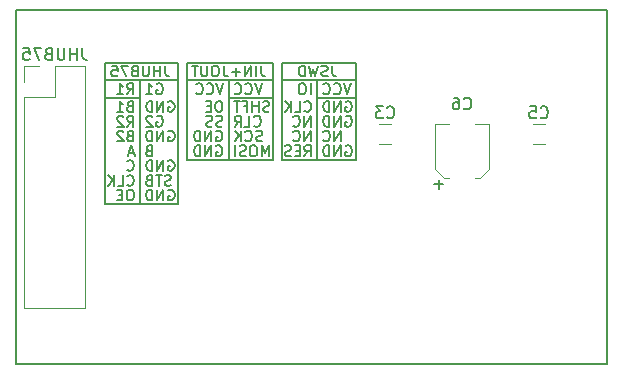
<source format=gbr>
G04 #@! TF.GenerationSoftware,KiCad,Pcbnew,(5.0.0)*
G04 #@! TF.CreationDate,2019-09-15T19:40:45+02:00*
G04 #@! TF.ProjectId,hub75shifter,6875623735736869667465722E6B6963,rev?*
G04 #@! TF.SameCoordinates,Original*
G04 #@! TF.FileFunction,Legend,Bot*
G04 #@! TF.FilePolarity,Positive*
%FSLAX46Y46*%
G04 Gerber Fmt 4.6, Leading zero omitted, Abs format (unit mm)*
G04 Created by KiCad (PCBNEW (5.0.0)) date 09/15/19 19:40:45*
%MOMM*%
%LPD*%
G01*
G04 APERTURE LIST*
%ADD10C,0.200000*%
%ADD11C,0.150000*%
%ADD12C,0.120000*%
G04 APERTURE END LIST*
D10*
X30500000Y-27500000D02*
X27500000Y-27500000D01*
X30500000Y-26000000D02*
X30500000Y-36500000D01*
X33750000Y-24500000D02*
X33750000Y-26000000D01*
X27500000Y-24500000D02*
X33750000Y-24500000D01*
X27500000Y-26000000D02*
X27500000Y-24500000D01*
X33750000Y-26000000D02*
X27500000Y-26000000D01*
X33750000Y-36500000D02*
X33750000Y-26000000D01*
X27500000Y-36500000D02*
X33750000Y-36500000D01*
X27500000Y-26000000D02*
X27500000Y-36500000D01*
X34500000Y-24500000D02*
X34500000Y-32750000D01*
X38000000Y-26000000D02*
X38000000Y-32750000D01*
X41750000Y-24500000D02*
X41750000Y-32750000D01*
X41750000Y-27500000D02*
X38000000Y-27500000D01*
X34500000Y-26000000D02*
X41750000Y-26000000D01*
X41750000Y-24500000D02*
X34500000Y-24500000D01*
X34500000Y-32750000D02*
X41750000Y-32750000D01*
X48750000Y-27500000D02*
X45500000Y-27500000D01*
X48750000Y-24500000D02*
X48750000Y-26000000D01*
X42500000Y-24500000D02*
X48750000Y-24500000D01*
X42500000Y-24500000D02*
X42500000Y-26000000D01*
X42500000Y-32750000D02*
X42500000Y-26000000D01*
X48750000Y-32750000D02*
X42500000Y-32750000D01*
X48750000Y-26000000D02*
X48750000Y-32750000D01*
X42500000Y-26000000D02*
X48750000Y-26000000D01*
X45500000Y-26000000D02*
X45500000Y-32750000D01*
D11*
X44938214Y-31157142D02*
X44938214Y-30257142D01*
X44423928Y-31157142D01*
X44423928Y-30257142D01*
X43481071Y-31071428D02*
X43523928Y-31114285D01*
X43652500Y-31157142D01*
X43738214Y-31157142D01*
X43866785Y-31114285D01*
X43952500Y-31028571D01*
X43995357Y-30942857D01*
X44038214Y-30771428D01*
X44038214Y-30642857D01*
X43995357Y-30471428D01*
X43952500Y-30385714D01*
X43866785Y-30300000D01*
X43738214Y-30257142D01*
X43652500Y-30257142D01*
X43523928Y-30300000D01*
X43481071Y-30342857D01*
X47904642Y-29050000D02*
X47990357Y-29007142D01*
X48118928Y-29007142D01*
X48247500Y-29050000D01*
X48333214Y-29135714D01*
X48376071Y-29221428D01*
X48418928Y-29392857D01*
X48418928Y-29521428D01*
X48376071Y-29692857D01*
X48333214Y-29778571D01*
X48247500Y-29864285D01*
X48118928Y-29907142D01*
X48033214Y-29907142D01*
X47904642Y-29864285D01*
X47861785Y-29821428D01*
X47861785Y-29521428D01*
X48033214Y-29521428D01*
X47476071Y-29907142D02*
X47476071Y-29007142D01*
X46961785Y-29907142D01*
X46961785Y-29007142D01*
X46533214Y-29907142D02*
X46533214Y-29007142D01*
X46318928Y-29007142D01*
X46190357Y-29050000D01*
X46104642Y-29135714D01*
X46061785Y-29221428D01*
X46018928Y-29392857D01*
X46018928Y-29521428D01*
X46061785Y-29692857D01*
X46104642Y-29778571D01*
X46190357Y-29864285D01*
X46318928Y-29907142D01*
X46533214Y-29907142D01*
X47904642Y-31550000D02*
X47990357Y-31507142D01*
X48118928Y-31507142D01*
X48247500Y-31550000D01*
X48333214Y-31635714D01*
X48376071Y-31721428D01*
X48418928Y-31892857D01*
X48418928Y-32021428D01*
X48376071Y-32192857D01*
X48333214Y-32278571D01*
X48247500Y-32364285D01*
X48118928Y-32407142D01*
X48033214Y-32407142D01*
X47904642Y-32364285D01*
X47861785Y-32321428D01*
X47861785Y-32021428D01*
X48033214Y-32021428D01*
X47476071Y-32407142D02*
X47476071Y-31507142D01*
X46961785Y-32407142D01*
X46961785Y-31507142D01*
X46533214Y-32407142D02*
X46533214Y-31507142D01*
X46318928Y-31507142D01*
X46190357Y-31550000D01*
X46104642Y-31635714D01*
X46061785Y-31721428D01*
X46018928Y-31892857D01*
X46018928Y-32021428D01*
X46061785Y-32192857D01*
X46104642Y-32278571D01*
X46190357Y-32364285D01*
X46318928Y-32407142D01*
X46533214Y-32407142D01*
X47904642Y-27800000D02*
X47990357Y-27757142D01*
X48118928Y-27757142D01*
X48247500Y-27800000D01*
X48333214Y-27885714D01*
X48376071Y-27971428D01*
X48418928Y-28142857D01*
X48418928Y-28271428D01*
X48376071Y-28442857D01*
X48333214Y-28528571D01*
X48247500Y-28614285D01*
X48118928Y-28657142D01*
X48033214Y-28657142D01*
X47904642Y-28614285D01*
X47861785Y-28571428D01*
X47861785Y-28271428D01*
X48033214Y-28271428D01*
X47476071Y-28657142D02*
X47476071Y-27757142D01*
X46961785Y-28657142D01*
X46961785Y-27757142D01*
X46533214Y-28657142D02*
X46533214Y-27757142D01*
X46318928Y-27757142D01*
X46190357Y-27800000D01*
X46104642Y-27885714D01*
X46061785Y-27971428D01*
X46018928Y-28142857D01*
X46018928Y-28271428D01*
X46061785Y-28442857D01*
X46104642Y-28528571D01*
X46190357Y-28614285D01*
X46318928Y-28657142D01*
X46533214Y-28657142D01*
X47476071Y-31157142D02*
X47476071Y-30257142D01*
X46961785Y-31157142D01*
X46961785Y-30257142D01*
X46018928Y-31071428D02*
X46061785Y-31114285D01*
X46190357Y-31157142D01*
X46276071Y-31157142D01*
X46404642Y-31114285D01*
X46490357Y-31028571D01*
X46533214Y-30942857D01*
X46576071Y-30771428D01*
X46576071Y-30642857D01*
X46533214Y-30471428D01*
X46490357Y-30385714D01*
X46404642Y-30300000D01*
X46276071Y-30257142D01*
X46190357Y-30257142D01*
X46061785Y-30300000D01*
X46018928Y-30342857D01*
X44423928Y-28571428D02*
X44466785Y-28614285D01*
X44595357Y-28657142D01*
X44681071Y-28657142D01*
X44809642Y-28614285D01*
X44895357Y-28528571D01*
X44938214Y-28442857D01*
X44981071Y-28271428D01*
X44981071Y-28142857D01*
X44938214Y-27971428D01*
X44895357Y-27885714D01*
X44809642Y-27800000D01*
X44681071Y-27757142D01*
X44595357Y-27757142D01*
X44466785Y-27800000D01*
X44423928Y-27842857D01*
X43609642Y-28657142D02*
X44038214Y-28657142D01*
X44038214Y-27757142D01*
X43309642Y-28657142D02*
X43309642Y-27757142D01*
X42795357Y-28657142D02*
X43181071Y-28142857D01*
X42795357Y-27757142D02*
X43309642Y-28271428D01*
X44423928Y-32407142D02*
X44723928Y-31978571D01*
X44938214Y-32407142D02*
X44938214Y-31507142D01*
X44595357Y-31507142D01*
X44509642Y-31550000D01*
X44466785Y-31592857D01*
X44423928Y-31678571D01*
X44423928Y-31807142D01*
X44466785Y-31892857D01*
X44509642Y-31935714D01*
X44595357Y-31978571D01*
X44938214Y-31978571D01*
X44038214Y-31935714D02*
X43738214Y-31935714D01*
X43609642Y-32407142D02*
X44038214Y-32407142D01*
X44038214Y-31507142D01*
X43609642Y-31507142D01*
X43266785Y-32364285D02*
X43138214Y-32407142D01*
X42923928Y-32407142D01*
X42838214Y-32364285D01*
X42795357Y-32321428D01*
X42752500Y-32235714D01*
X42752500Y-32150000D01*
X42795357Y-32064285D01*
X42838214Y-32021428D01*
X42923928Y-31978571D01*
X43095357Y-31935714D01*
X43181071Y-31892857D01*
X43223928Y-31850000D01*
X43266785Y-31764285D01*
X43266785Y-31678571D01*
X43223928Y-31592857D01*
X43181071Y-31550000D01*
X43095357Y-31507142D01*
X42881071Y-31507142D01*
X42752500Y-31550000D01*
X48333214Y-26257142D02*
X48033214Y-27157142D01*
X47733214Y-26257142D01*
X46918928Y-27071428D02*
X46961785Y-27114285D01*
X47090357Y-27157142D01*
X47176071Y-27157142D01*
X47304642Y-27114285D01*
X47390357Y-27028571D01*
X47433214Y-26942857D01*
X47476071Y-26771428D01*
X47476071Y-26642857D01*
X47433214Y-26471428D01*
X47390357Y-26385714D01*
X47304642Y-26300000D01*
X47176071Y-26257142D01*
X47090357Y-26257142D01*
X46961785Y-26300000D01*
X46918928Y-26342857D01*
X46018928Y-27071428D02*
X46061785Y-27114285D01*
X46190357Y-27157142D01*
X46276071Y-27157142D01*
X46404642Y-27114285D01*
X46490357Y-27028571D01*
X46533214Y-26942857D01*
X46576071Y-26771428D01*
X46576071Y-26642857D01*
X46533214Y-26471428D01*
X46490357Y-26385714D01*
X46404642Y-26300000D01*
X46276071Y-26257142D01*
X46190357Y-26257142D01*
X46061785Y-26300000D01*
X46018928Y-26342857D01*
X44938214Y-29907142D02*
X44938214Y-29007142D01*
X44423928Y-29907142D01*
X44423928Y-29007142D01*
X43481071Y-29821428D02*
X43523928Y-29864285D01*
X43652500Y-29907142D01*
X43738214Y-29907142D01*
X43866785Y-29864285D01*
X43952500Y-29778571D01*
X43995357Y-29692857D01*
X44038214Y-29521428D01*
X44038214Y-29392857D01*
X43995357Y-29221428D01*
X43952500Y-29135714D01*
X43866785Y-29050000D01*
X43738214Y-29007142D01*
X43652500Y-29007142D01*
X43523928Y-29050000D01*
X43481071Y-29092857D01*
X44938214Y-27157142D02*
X44938214Y-26257142D01*
X44338214Y-26257142D02*
X44166785Y-26257142D01*
X44081071Y-26300000D01*
X43995357Y-26385714D01*
X43952500Y-26557142D01*
X43952500Y-26857142D01*
X43995357Y-27028571D01*
X44081071Y-27114285D01*
X44166785Y-27157142D01*
X44338214Y-27157142D01*
X44423928Y-27114285D01*
X44509642Y-27028571D01*
X44552500Y-26857142D01*
X44552500Y-26557142D01*
X44509642Y-26385714D01*
X44423928Y-26300000D01*
X44338214Y-26257142D01*
X46764285Y-24757142D02*
X46764285Y-25400000D01*
X46807142Y-25528571D01*
X46892857Y-25614285D01*
X47021428Y-25657142D01*
X47107142Y-25657142D01*
X46378571Y-25614285D02*
X46250000Y-25657142D01*
X46035714Y-25657142D01*
X45950000Y-25614285D01*
X45907142Y-25571428D01*
X45864285Y-25485714D01*
X45864285Y-25400000D01*
X45907142Y-25314285D01*
X45950000Y-25271428D01*
X46035714Y-25228571D01*
X46207142Y-25185714D01*
X46292857Y-25142857D01*
X46335714Y-25100000D01*
X46378571Y-25014285D01*
X46378571Y-24928571D01*
X46335714Y-24842857D01*
X46292857Y-24800000D01*
X46207142Y-24757142D01*
X45992857Y-24757142D01*
X45864285Y-24800000D01*
X45564285Y-24757142D02*
X45350000Y-25657142D01*
X45178571Y-25014285D01*
X45007142Y-25657142D01*
X44792857Y-24757142D01*
X44450000Y-25657142D02*
X44450000Y-24757142D01*
X44235714Y-24757142D01*
X44107142Y-24800000D01*
X44021428Y-24885714D01*
X43978571Y-24971428D01*
X43935714Y-25142857D01*
X43935714Y-25271428D01*
X43978571Y-25442857D01*
X44021428Y-25528571D01*
X44107142Y-25614285D01*
X44235714Y-25657142D01*
X44450000Y-25657142D01*
X40742857Y-24757142D02*
X40742857Y-25400000D01*
X40785714Y-25528571D01*
X40871428Y-25614285D01*
X41000000Y-25657142D01*
X41085714Y-25657142D01*
X40314285Y-25657142D02*
X40314285Y-24757142D01*
X39885714Y-25657142D02*
X39885714Y-24757142D01*
X39371428Y-25657142D01*
X39371428Y-24757142D01*
X38942857Y-25314285D02*
X38257142Y-25314285D01*
X38600000Y-25657142D02*
X38600000Y-24971428D01*
X37571428Y-24757142D02*
X37571428Y-25400000D01*
X37614285Y-25528571D01*
X37700000Y-25614285D01*
X37828571Y-25657142D01*
X37914285Y-25657142D01*
X36971428Y-24757142D02*
X36800000Y-24757142D01*
X36714285Y-24800000D01*
X36628571Y-24885714D01*
X36585714Y-25057142D01*
X36585714Y-25357142D01*
X36628571Y-25528571D01*
X36714285Y-25614285D01*
X36800000Y-25657142D01*
X36971428Y-25657142D01*
X37057142Y-25614285D01*
X37142857Y-25528571D01*
X37185714Y-25357142D01*
X37185714Y-25057142D01*
X37142857Y-24885714D01*
X37057142Y-24800000D01*
X36971428Y-24757142D01*
X36200000Y-24757142D02*
X36200000Y-25485714D01*
X36157142Y-25571428D01*
X36114285Y-25614285D01*
X36028571Y-25657142D01*
X35857142Y-25657142D01*
X35771428Y-25614285D01*
X35728571Y-25571428D01*
X35685714Y-25485714D01*
X35685714Y-24757142D01*
X35385714Y-24757142D02*
X34871428Y-24757142D01*
X35128571Y-25657142D02*
X35128571Y-24757142D01*
X32621428Y-24757142D02*
X32621428Y-25400000D01*
X32664285Y-25528571D01*
X32750000Y-25614285D01*
X32878571Y-25657142D01*
X32964285Y-25657142D01*
X32192857Y-25657142D02*
X32192857Y-24757142D01*
X32192857Y-25185714D02*
X31678571Y-25185714D01*
X31678571Y-25657142D02*
X31678571Y-24757142D01*
X31250000Y-24757142D02*
X31250000Y-25485714D01*
X31207142Y-25571428D01*
X31164285Y-25614285D01*
X31078571Y-25657142D01*
X30907142Y-25657142D01*
X30821428Y-25614285D01*
X30778571Y-25571428D01*
X30735714Y-25485714D01*
X30735714Y-24757142D01*
X30007142Y-25185714D02*
X29878571Y-25228571D01*
X29835714Y-25271428D01*
X29792857Y-25357142D01*
X29792857Y-25485714D01*
X29835714Y-25571428D01*
X29878571Y-25614285D01*
X29964285Y-25657142D01*
X30307142Y-25657142D01*
X30307142Y-24757142D01*
X30007142Y-24757142D01*
X29921428Y-24800000D01*
X29878571Y-24842857D01*
X29835714Y-24928571D01*
X29835714Y-25014285D01*
X29878571Y-25100000D01*
X29921428Y-25142857D01*
X30007142Y-25185714D01*
X30307142Y-25185714D01*
X29492857Y-24757142D02*
X28892857Y-24757142D01*
X29278571Y-25657142D01*
X28121428Y-24757142D02*
X28550000Y-24757142D01*
X28592857Y-25185714D01*
X28550000Y-25142857D01*
X28464285Y-25100000D01*
X28250000Y-25100000D01*
X28164285Y-25142857D01*
X28121428Y-25185714D01*
X28078571Y-25271428D01*
X28078571Y-25485714D01*
X28121428Y-25571428D01*
X28164285Y-25614285D01*
X28250000Y-25657142D01*
X28464285Y-25657142D01*
X28550000Y-25614285D01*
X28592857Y-25571428D01*
X29766785Y-35257142D02*
X29595357Y-35257142D01*
X29509642Y-35300000D01*
X29423928Y-35385714D01*
X29381071Y-35557142D01*
X29381071Y-35857142D01*
X29423928Y-36028571D01*
X29509642Y-36114285D01*
X29595357Y-36157142D01*
X29766785Y-36157142D01*
X29852500Y-36114285D01*
X29938214Y-36028571D01*
X29981071Y-35857142D01*
X29981071Y-35557142D01*
X29938214Y-35385714D01*
X29852500Y-35300000D01*
X29766785Y-35257142D01*
X28995357Y-35685714D02*
X28695357Y-35685714D01*
X28566785Y-36157142D02*
X28995357Y-36157142D01*
X28995357Y-35257142D01*
X28566785Y-35257142D01*
X29423928Y-34821428D02*
X29466785Y-34864285D01*
X29595357Y-34907142D01*
X29681071Y-34907142D01*
X29809642Y-34864285D01*
X29895357Y-34778571D01*
X29938214Y-34692857D01*
X29981071Y-34521428D01*
X29981071Y-34392857D01*
X29938214Y-34221428D01*
X29895357Y-34135714D01*
X29809642Y-34050000D01*
X29681071Y-34007142D01*
X29595357Y-34007142D01*
X29466785Y-34050000D01*
X29423928Y-34092857D01*
X28609642Y-34907142D02*
X29038214Y-34907142D01*
X29038214Y-34007142D01*
X28309642Y-34907142D02*
X28309642Y-34007142D01*
X27795357Y-34907142D02*
X28181071Y-34392857D01*
X27795357Y-34007142D02*
X28309642Y-34521428D01*
X32904642Y-35300000D02*
X32990357Y-35257142D01*
X33118928Y-35257142D01*
X33247500Y-35300000D01*
X33333214Y-35385714D01*
X33376071Y-35471428D01*
X33418928Y-35642857D01*
X33418928Y-35771428D01*
X33376071Y-35942857D01*
X33333214Y-36028571D01*
X33247500Y-36114285D01*
X33118928Y-36157142D01*
X33033214Y-36157142D01*
X32904642Y-36114285D01*
X32861785Y-36071428D01*
X32861785Y-35771428D01*
X33033214Y-35771428D01*
X32476071Y-36157142D02*
X32476071Y-35257142D01*
X31961785Y-36157142D01*
X31961785Y-35257142D01*
X31533214Y-36157142D02*
X31533214Y-35257142D01*
X31318928Y-35257142D01*
X31190357Y-35300000D01*
X31104642Y-35385714D01*
X31061785Y-35471428D01*
X31018928Y-35642857D01*
X31018928Y-35771428D01*
X31061785Y-35942857D01*
X31104642Y-36028571D01*
X31190357Y-36114285D01*
X31318928Y-36157142D01*
X31533214Y-36157142D01*
X33118928Y-34864285D02*
X32990357Y-34907142D01*
X32776071Y-34907142D01*
X32690357Y-34864285D01*
X32647500Y-34821428D01*
X32604642Y-34735714D01*
X32604642Y-34650000D01*
X32647500Y-34564285D01*
X32690357Y-34521428D01*
X32776071Y-34478571D01*
X32947500Y-34435714D01*
X33033214Y-34392857D01*
X33076071Y-34350000D01*
X33118928Y-34264285D01*
X33118928Y-34178571D01*
X33076071Y-34092857D01*
X33033214Y-34050000D01*
X32947500Y-34007142D01*
X32733214Y-34007142D01*
X32604642Y-34050000D01*
X32347500Y-34007142D02*
X31833214Y-34007142D01*
X32090357Y-34907142D02*
X32090357Y-34007142D01*
X31233214Y-34435714D02*
X31104642Y-34478571D01*
X31061785Y-34521428D01*
X31018928Y-34607142D01*
X31018928Y-34735714D01*
X31061785Y-34821428D01*
X31104642Y-34864285D01*
X31190357Y-34907142D01*
X31533214Y-34907142D01*
X31533214Y-34007142D01*
X31233214Y-34007142D01*
X31147500Y-34050000D01*
X31104642Y-34092857D01*
X31061785Y-34178571D01*
X31061785Y-34264285D01*
X31104642Y-34350000D01*
X31147500Y-34392857D01*
X31233214Y-34435714D01*
X31533214Y-34435714D01*
X32904642Y-32800000D02*
X32990357Y-32757142D01*
X33118928Y-32757142D01*
X33247500Y-32800000D01*
X33333214Y-32885714D01*
X33376071Y-32971428D01*
X33418928Y-33142857D01*
X33418928Y-33271428D01*
X33376071Y-33442857D01*
X33333214Y-33528571D01*
X33247500Y-33614285D01*
X33118928Y-33657142D01*
X33033214Y-33657142D01*
X32904642Y-33614285D01*
X32861785Y-33571428D01*
X32861785Y-33271428D01*
X33033214Y-33271428D01*
X32476071Y-33657142D02*
X32476071Y-32757142D01*
X31961785Y-33657142D01*
X31961785Y-32757142D01*
X31533214Y-33657142D02*
X31533214Y-32757142D01*
X31318928Y-32757142D01*
X31190357Y-32800000D01*
X31104642Y-32885714D01*
X31061785Y-32971428D01*
X31018928Y-33142857D01*
X31018928Y-33271428D01*
X31061785Y-33442857D01*
X31104642Y-33528571D01*
X31190357Y-33614285D01*
X31318928Y-33657142D01*
X31533214Y-33657142D01*
X31233214Y-31935714D02*
X31104642Y-31978571D01*
X31061785Y-32021428D01*
X31018928Y-32107142D01*
X31018928Y-32235714D01*
X31061785Y-32321428D01*
X31104642Y-32364285D01*
X31190357Y-32407142D01*
X31533214Y-32407142D01*
X31533214Y-31507142D01*
X31233214Y-31507142D01*
X31147500Y-31550000D01*
X31104642Y-31592857D01*
X31061785Y-31678571D01*
X31061785Y-31764285D01*
X31104642Y-31850000D01*
X31147500Y-31892857D01*
X31233214Y-31935714D01*
X31533214Y-31935714D01*
X32904642Y-30300000D02*
X32990357Y-30257142D01*
X33118928Y-30257142D01*
X33247500Y-30300000D01*
X33333214Y-30385714D01*
X33376071Y-30471428D01*
X33418928Y-30642857D01*
X33418928Y-30771428D01*
X33376071Y-30942857D01*
X33333214Y-31028571D01*
X33247500Y-31114285D01*
X33118928Y-31157142D01*
X33033214Y-31157142D01*
X32904642Y-31114285D01*
X32861785Y-31071428D01*
X32861785Y-30771428D01*
X33033214Y-30771428D01*
X32476071Y-31157142D02*
X32476071Y-30257142D01*
X31961785Y-31157142D01*
X31961785Y-30257142D01*
X31533214Y-31157142D02*
X31533214Y-30257142D01*
X31318928Y-30257142D01*
X31190357Y-30300000D01*
X31104642Y-30385714D01*
X31061785Y-30471428D01*
X31018928Y-30642857D01*
X31018928Y-30771428D01*
X31061785Y-30942857D01*
X31104642Y-31028571D01*
X31190357Y-31114285D01*
X31318928Y-31157142D01*
X31533214Y-31157142D01*
X31918928Y-29050000D02*
X32004642Y-29007142D01*
X32133214Y-29007142D01*
X32261785Y-29050000D01*
X32347500Y-29135714D01*
X32390357Y-29221428D01*
X32433214Y-29392857D01*
X32433214Y-29521428D01*
X32390357Y-29692857D01*
X32347500Y-29778571D01*
X32261785Y-29864285D01*
X32133214Y-29907142D01*
X32047500Y-29907142D01*
X31918928Y-29864285D01*
X31876071Y-29821428D01*
X31876071Y-29521428D01*
X32047500Y-29521428D01*
X31533214Y-29092857D02*
X31490357Y-29050000D01*
X31404642Y-29007142D01*
X31190357Y-29007142D01*
X31104642Y-29050000D01*
X31061785Y-29092857D01*
X31018928Y-29178571D01*
X31018928Y-29264285D01*
X31061785Y-29392857D01*
X31576071Y-29907142D01*
X31018928Y-29907142D01*
X32904642Y-27800000D02*
X32990357Y-27757142D01*
X33118928Y-27757142D01*
X33247500Y-27800000D01*
X33333214Y-27885714D01*
X33376071Y-27971428D01*
X33418928Y-28142857D01*
X33418928Y-28271428D01*
X33376071Y-28442857D01*
X33333214Y-28528571D01*
X33247500Y-28614285D01*
X33118928Y-28657142D01*
X33033214Y-28657142D01*
X32904642Y-28614285D01*
X32861785Y-28571428D01*
X32861785Y-28271428D01*
X33033214Y-28271428D01*
X32476071Y-28657142D02*
X32476071Y-27757142D01*
X31961785Y-28657142D01*
X31961785Y-27757142D01*
X31533214Y-28657142D02*
X31533214Y-27757142D01*
X31318928Y-27757142D01*
X31190357Y-27800000D01*
X31104642Y-27885714D01*
X31061785Y-27971428D01*
X31018928Y-28142857D01*
X31018928Y-28271428D01*
X31061785Y-28442857D01*
X31104642Y-28528571D01*
X31190357Y-28614285D01*
X31318928Y-28657142D01*
X31533214Y-28657142D01*
X29423928Y-33571428D02*
X29466785Y-33614285D01*
X29595357Y-33657142D01*
X29681071Y-33657142D01*
X29809642Y-33614285D01*
X29895357Y-33528571D01*
X29938214Y-33442857D01*
X29981071Y-33271428D01*
X29981071Y-33142857D01*
X29938214Y-32971428D01*
X29895357Y-32885714D01*
X29809642Y-32800000D01*
X29681071Y-32757142D01*
X29595357Y-32757142D01*
X29466785Y-32800000D01*
X29423928Y-32842857D01*
X29981071Y-32150000D02*
X29552500Y-32150000D01*
X30066785Y-32407142D02*
X29766785Y-31507142D01*
X29466785Y-32407142D01*
X29638214Y-30685714D02*
X29509642Y-30728571D01*
X29466785Y-30771428D01*
X29423928Y-30857142D01*
X29423928Y-30985714D01*
X29466785Y-31071428D01*
X29509642Y-31114285D01*
X29595357Y-31157142D01*
X29938214Y-31157142D01*
X29938214Y-30257142D01*
X29638214Y-30257142D01*
X29552500Y-30300000D01*
X29509642Y-30342857D01*
X29466785Y-30428571D01*
X29466785Y-30514285D01*
X29509642Y-30600000D01*
X29552500Y-30642857D01*
X29638214Y-30685714D01*
X29938214Y-30685714D01*
X29081071Y-30342857D02*
X29038214Y-30300000D01*
X28952500Y-30257142D01*
X28738214Y-30257142D01*
X28652500Y-30300000D01*
X28609642Y-30342857D01*
X28566785Y-30428571D01*
X28566785Y-30514285D01*
X28609642Y-30642857D01*
X29123928Y-31157142D01*
X28566785Y-31157142D01*
X29423928Y-29907142D02*
X29723928Y-29478571D01*
X29938214Y-29907142D02*
X29938214Y-29007142D01*
X29595357Y-29007142D01*
X29509642Y-29050000D01*
X29466785Y-29092857D01*
X29423928Y-29178571D01*
X29423928Y-29307142D01*
X29466785Y-29392857D01*
X29509642Y-29435714D01*
X29595357Y-29478571D01*
X29938214Y-29478571D01*
X29081071Y-29092857D02*
X29038214Y-29050000D01*
X28952500Y-29007142D01*
X28738214Y-29007142D01*
X28652500Y-29050000D01*
X28609642Y-29092857D01*
X28566785Y-29178571D01*
X28566785Y-29264285D01*
X28609642Y-29392857D01*
X29123928Y-29907142D01*
X28566785Y-29907142D01*
X29638214Y-28185714D02*
X29509642Y-28228571D01*
X29466785Y-28271428D01*
X29423928Y-28357142D01*
X29423928Y-28485714D01*
X29466785Y-28571428D01*
X29509642Y-28614285D01*
X29595357Y-28657142D01*
X29938214Y-28657142D01*
X29938214Y-27757142D01*
X29638214Y-27757142D01*
X29552500Y-27800000D01*
X29509642Y-27842857D01*
X29466785Y-27928571D01*
X29466785Y-28014285D01*
X29509642Y-28100000D01*
X29552500Y-28142857D01*
X29638214Y-28185714D01*
X29938214Y-28185714D01*
X28566785Y-28657142D02*
X29081071Y-28657142D01*
X28823928Y-28657142D02*
X28823928Y-27757142D01*
X28909642Y-27885714D01*
X28995357Y-27971428D01*
X29081071Y-28014285D01*
X31918928Y-26300000D02*
X32004642Y-26257142D01*
X32133214Y-26257142D01*
X32261785Y-26300000D01*
X32347500Y-26385714D01*
X32390357Y-26471428D01*
X32433214Y-26642857D01*
X32433214Y-26771428D01*
X32390357Y-26942857D01*
X32347500Y-27028571D01*
X32261785Y-27114285D01*
X32133214Y-27157142D01*
X32047500Y-27157142D01*
X31918928Y-27114285D01*
X31876071Y-27071428D01*
X31876071Y-26771428D01*
X32047500Y-26771428D01*
X31018928Y-27157142D02*
X31533214Y-27157142D01*
X31276071Y-27157142D02*
X31276071Y-26257142D01*
X31361785Y-26385714D01*
X31447500Y-26471428D01*
X31533214Y-26514285D01*
X29423928Y-27157142D02*
X29723928Y-26728571D01*
X29938214Y-27157142D02*
X29938214Y-26257142D01*
X29595357Y-26257142D01*
X29509642Y-26300000D01*
X29466785Y-26342857D01*
X29423928Y-26428571D01*
X29423928Y-26557142D01*
X29466785Y-26642857D01*
X29509642Y-26685714D01*
X29595357Y-26728571D01*
X29938214Y-26728571D01*
X28566785Y-27157142D02*
X29081071Y-27157142D01*
X28823928Y-27157142D02*
X28823928Y-26257142D01*
X28909642Y-26385714D01*
X28995357Y-26471428D01*
X29081071Y-26514285D01*
X36966785Y-31550000D02*
X37052500Y-31507142D01*
X37181071Y-31507142D01*
X37309642Y-31550000D01*
X37395357Y-31635714D01*
X37438214Y-31721428D01*
X37481071Y-31892857D01*
X37481071Y-32021428D01*
X37438214Y-32192857D01*
X37395357Y-32278571D01*
X37309642Y-32364285D01*
X37181071Y-32407142D01*
X37095357Y-32407142D01*
X36966785Y-32364285D01*
X36923928Y-32321428D01*
X36923928Y-32021428D01*
X37095357Y-32021428D01*
X36538214Y-32407142D02*
X36538214Y-31507142D01*
X36023928Y-32407142D01*
X36023928Y-31507142D01*
X35595357Y-32407142D02*
X35595357Y-31507142D01*
X35381071Y-31507142D01*
X35252500Y-31550000D01*
X35166785Y-31635714D01*
X35123928Y-31721428D01*
X35081071Y-31892857D01*
X35081071Y-32021428D01*
X35123928Y-32192857D01*
X35166785Y-32278571D01*
X35252500Y-32364285D01*
X35381071Y-32407142D01*
X35595357Y-32407142D01*
X41390357Y-32407142D02*
X41390357Y-31507142D01*
X41090357Y-32150000D01*
X40790357Y-31507142D01*
X40790357Y-32407142D01*
X40190357Y-31507142D02*
X40018928Y-31507142D01*
X39933214Y-31550000D01*
X39847500Y-31635714D01*
X39804642Y-31807142D01*
X39804642Y-32107142D01*
X39847500Y-32278571D01*
X39933214Y-32364285D01*
X40018928Y-32407142D01*
X40190357Y-32407142D01*
X40276071Y-32364285D01*
X40361785Y-32278571D01*
X40404642Y-32107142D01*
X40404642Y-31807142D01*
X40361785Y-31635714D01*
X40276071Y-31550000D01*
X40190357Y-31507142D01*
X39461785Y-32364285D02*
X39333214Y-32407142D01*
X39118928Y-32407142D01*
X39033214Y-32364285D01*
X38990357Y-32321428D01*
X38947500Y-32235714D01*
X38947500Y-32150000D01*
X38990357Y-32064285D01*
X39033214Y-32021428D01*
X39118928Y-31978571D01*
X39290357Y-31935714D01*
X39376071Y-31892857D01*
X39418928Y-31850000D01*
X39461785Y-31764285D01*
X39461785Y-31678571D01*
X39418928Y-31592857D01*
X39376071Y-31550000D01*
X39290357Y-31507142D01*
X39076071Y-31507142D01*
X38947500Y-31550000D01*
X38561785Y-32407142D02*
X38561785Y-31507142D01*
X36966785Y-30300000D02*
X37052500Y-30257142D01*
X37181071Y-30257142D01*
X37309642Y-30300000D01*
X37395357Y-30385714D01*
X37438214Y-30471428D01*
X37481071Y-30642857D01*
X37481071Y-30771428D01*
X37438214Y-30942857D01*
X37395357Y-31028571D01*
X37309642Y-31114285D01*
X37181071Y-31157142D01*
X37095357Y-31157142D01*
X36966785Y-31114285D01*
X36923928Y-31071428D01*
X36923928Y-30771428D01*
X37095357Y-30771428D01*
X36538214Y-31157142D02*
X36538214Y-30257142D01*
X36023928Y-31157142D01*
X36023928Y-30257142D01*
X35595357Y-31157142D02*
X35595357Y-30257142D01*
X35381071Y-30257142D01*
X35252500Y-30300000D01*
X35166785Y-30385714D01*
X35123928Y-30471428D01*
X35081071Y-30642857D01*
X35081071Y-30771428D01*
X35123928Y-30942857D01*
X35166785Y-31028571D01*
X35252500Y-31114285D01*
X35381071Y-31157142D01*
X35595357Y-31157142D01*
X40833214Y-31114285D02*
X40704642Y-31157142D01*
X40490357Y-31157142D01*
X40404642Y-31114285D01*
X40361785Y-31071428D01*
X40318928Y-30985714D01*
X40318928Y-30900000D01*
X40361785Y-30814285D01*
X40404642Y-30771428D01*
X40490357Y-30728571D01*
X40661785Y-30685714D01*
X40747500Y-30642857D01*
X40790357Y-30600000D01*
X40833214Y-30514285D01*
X40833214Y-30428571D01*
X40790357Y-30342857D01*
X40747500Y-30300000D01*
X40661785Y-30257142D01*
X40447500Y-30257142D01*
X40318928Y-30300000D01*
X39418928Y-31071428D02*
X39461785Y-31114285D01*
X39590357Y-31157142D01*
X39676071Y-31157142D01*
X39804642Y-31114285D01*
X39890357Y-31028571D01*
X39933214Y-30942857D01*
X39976071Y-30771428D01*
X39976071Y-30642857D01*
X39933214Y-30471428D01*
X39890357Y-30385714D01*
X39804642Y-30300000D01*
X39676071Y-30257142D01*
X39590357Y-30257142D01*
X39461785Y-30300000D01*
X39418928Y-30342857D01*
X39033214Y-31157142D02*
X39033214Y-30257142D01*
X38518928Y-31157142D02*
X38904642Y-30642857D01*
X38518928Y-30257142D02*
X39033214Y-30771428D01*
X37481071Y-29864285D02*
X37352500Y-29907142D01*
X37138214Y-29907142D01*
X37052500Y-29864285D01*
X37009642Y-29821428D01*
X36966785Y-29735714D01*
X36966785Y-29650000D01*
X37009642Y-29564285D01*
X37052500Y-29521428D01*
X37138214Y-29478571D01*
X37309642Y-29435714D01*
X37395357Y-29392857D01*
X37438214Y-29350000D01*
X37481071Y-29264285D01*
X37481071Y-29178571D01*
X37438214Y-29092857D01*
X37395357Y-29050000D01*
X37309642Y-29007142D01*
X37095357Y-29007142D01*
X36966785Y-29050000D01*
X36623928Y-29864285D02*
X36495357Y-29907142D01*
X36281071Y-29907142D01*
X36195357Y-29864285D01*
X36152500Y-29821428D01*
X36109642Y-29735714D01*
X36109642Y-29650000D01*
X36152500Y-29564285D01*
X36195357Y-29521428D01*
X36281071Y-29478571D01*
X36452500Y-29435714D01*
X36538214Y-29392857D01*
X36581071Y-29350000D01*
X36623928Y-29264285D01*
X36623928Y-29178571D01*
X36581071Y-29092857D01*
X36538214Y-29050000D01*
X36452500Y-29007142D01*
X36238214Y-29007142D01*
X36109642Y-29050000D01*
X40147500Y-29821428D02*
X40190357Y-29864285D01*
X40318928Y-29907142D01*
X40404642Y-29907142D01*
X40533214Y-29864285D01*
X40618928Y-29778571D01*
X40661785Y-29692857D01*
X40704642Y-29521428D01*
X40704642Y-29392857D01*
X40661785Y-29221428D01*
X40618928Y-29135714D01*
X40533214Y-29050000D01*
X40404642Y-29007142D01*
X40318928Y-29007142D01*
X40190357Y-29050000D01*
X40147500Y-29092857D01*
X39333214Y-29907142D02*
X39761785Y-29907142D01*
X39761785Y-29007142D01*
X38518928Y-29907142D02*
X38818928Y-29478571D01*
X39033214Y-29907142D02*
X39033214Y-29007142D01*
X38690357Y-29007142D01*
X38604642Y-29050000D01*
X38561785Y-29092857D01*
X38518928Y-29178571D01*
X38518928Y-29307142D01*
X38561785Y-29392857D01*
X38604642Y-29435714D01*
X38690357Y-29478571D01*
X39033214Y-29478571D01*
X37266785Y-27757142D02*
X37095357Y-27757142D01*
X37009642Y-27800000D01*
X36923928Y-27885714D01*
X36881071Y-28057142D01*
X36881071Y-28357142D01*
X36923928Y-28528571D01*
X37009642Y-28614285D01*
X37095357Y-28657142D01*
X37266785Y-28657142D01*
X37352500Y-28614285D01*
X37438214Y-28528571D01*
X37481071Y-28357142D01*
X37481071Y-28057142D01*
X37438214Y-27885714D01*
X37352500Y-27800000D01*
X37266785Y-27757142D01*
X36495357Y-28185714D02*
X36195357Y-28185714D01*
X36066785Y-28657142D02*
X36495357Y-28657142D01*
X36495357Y-27757142D01*
X36066785Y-27757142D01*
X41433214Y-28614285D02*
X41304642Y-28657142D01*
X41090357Y-28657142D01*
X41004642Y-28614285D01*
X40961785Y-28571428D01*
X40918928Y-28485714D01*
X40918928Y-28400000D01*
X40961785Y-28314285D01*
X41004642Y-28271428D01*
X41090357Y-28228571D01*
X41261785Y-28185714D01*
X41347500Y-28142857D01*
X41390357Y-28100000D01*
X41433214Y-28014285D01*
X41433214Y-27928571D01*
X41390357Y-27842857D01*
X41347500Y-27800000D01*
X41261785Y-27757142D01*
X41047500Y-27757142D01*
X40918928Y-27800000D01*
X40533214Y-28657142D02*
X40533214Y-27757142D01*
X40533214Y-28185714D02*
X40018928Y-28185714D01*
X40018928Y-28657142D02*
X40018928Y-27757142D01*
X39290357Y-28185714D02*
X39590357Y-28185714D01*
X39590357Y-28657142D02*
X39590357Y-27757142D01*
X39161785Y-27757142D01*
X38947500Y-27757142D02*
X38433214Y-27757142D01*
X38690357Y-28657142D02*
X38690357Y-27757142D01*
X37566785Y-26257142D02*
X37266785Y-27157142D01*
X36966785Y-26257142D01*
X36152500Y-27071428D02*
X36195357Y-27114285D01*
X36323928Y-27157142D01*
X36409642Y-27157142D01*
X36538214Y-27114285D01*
X36623928Y-27028571D01*
X36666785Y-26942857D01*
X36709642Y-26771428D01*
X36709642Y-26642857D01*
X36666785Y-26471428D01*
X36623928Y-26385714D01*
X36538214Y-26300000D01*
X36409642Y-26257142D01*
X36323928Y-26257142D01*
X36195357Y-26300000D01*
X36152500Y-26342857D01*
X35252500Y-27071428D02*
X35295357Y-27114285D01*
X35423928Y-27157142D01*
X35509642Y-27157142D01*
X35638214Y-27114285D01*
X35723928Y-27028571D01*
X35766785Y-26942857D01*
X35809642Y-26771428D01*
X35809642Y-26642857D01*
X35766785Y-26471428D01*
X35723928Y-26385714D01*
X35638214Y-26300000D01*
X35509642Y-26257142D01*
X35423928Y-26257142D01*
X35295357Y-26300000D01*
X35252500Y-26342857D01*
X40833214Y-26257142D02*
X40533214Y-27157142D01*
X40233214Y-26257142D01*
X39418928Y-27071428D02*
X39461785Y-27114285D01*
X39590357Y-27157142D01*
X39676071Y-27157142D01*
X39804642Y-27114285D01*
X39890357Y-27028571D01*
X39933214Y-26942857D01*
X39976071Y-26771428D01*
X39976071Y-26642857D01*
X39933214Y-26471428D01*
X39890357Y-26385714D01*
X39804642Y-26300000D01*
X39676071Y-26257142D01*
X39590357Y-26257142D01*
X39461785Y-26300000D01*
X39418928Y-26342857D01*
X38518928Y-27071428D02*
X38561785Y-27114285D01*
X38690357Y-27157142D01*
X38776071Y-27157142D01*
X38904642Y-27114285D01*
X38990357Y-27028571D01*
X39033214Y-26942857D01*
X39076071Y-26771428D01*
X39076071Y-26642857D01*
X39033214Y-26471428D01*
X38990357Y-26385714D01*
X38904642Y-26300000D01*
X38776071Y-26257142D01*
X38690357Y-26257142D01*
X38561785Y-26300000D01*
X38518928Y-26342857D01*
D10*
X20000000Y-50000000D02*
X70000000Y-50000000D01*
X20000000Y-20000000D02*
X70000000Y-20000000D01*
D11*
X70000000Y-50000000D02*
X70000000Y-20000000D01*
X20000000Y-50000000D02*
X20000000Y-20000000D01*
D12*
G04 #@! TO.C,C3*
X50750000Y-29650000D02*
X51750000Y-29650000D01*
X51750000Y-31350000D02*
X50750000Y-31350000D01*
G04 #@! TO.C,JHUB75*
X20670000Y-24797500D02*
X21940000Y-24797500D01*
X20670000Y-26127500D02*
X20670000Y-24797500D01*
X23270000Y-27397500D02*
X20670000Y-27397500D01*
X23270000Y-24797500D02*
X23270000Y-27397500D01*
X25870000Y-24797500D02*
X23270000Y-24797500D01*
X25870000Y-45237500D02*
X25870000Y-24797500D01*
X20670000Y-45237500D02*
X25870000Y-45237500D01*
X20670000Y-27397500D02*
X20670000Y-45237500D01*
G04 #@! TO.C,C5*
X64750000Y-31350000D02*
X63750000Y-31350000D01*
X63750000Y-29650000D02*
X64750000Y-29650000D01*
G04 #@! TO.C,C6*
X60040000Y-33520000D02*
X59270000Y-34290000D01*
X60040000Y-33520000D02*
X60040000Y-29710000D01*
X55460000Y-33520000D02*
X56230000Y-34290000D01*
X55460000Y-33520000D02*
X55460000Y-29710000D01*
X56230000Y-34290000D02*
X56630000Y-34290000D01*
X59270000Y-34290000D02*
X58870000Y-34290000D01*
X60040000Y-29710000D02*
X58870000Y-29710000D01*
X55460000Y-29710000D02*
X56630000Y-29710000D01*
G04 #@! TD*
G04 #@! TO.C,C3*
D11*
X51416666Y-29107142D02*
X51464285Y-29154761D01*
X51607142Y-29202380D01*
X51702380Y-29202380D01*
X51845238Y-29154761D01*
X51940476Y-29059523D01*
X51988095Y-28964285D01*
X52035714Y-28773809D01*
X52035714Y-28630952D01*
X51988095Y-28440476D01*
X51940476Y-28345238D01*
X51845238Y-28250000D01*
X51702380Y-28202380D01*
X51607142Y-28202380D01*
X51464285Y-28250000D01*
X51416666Y-28297619D01*
X51083333Y-28202380D02*
X50464285Y-28202380D01*
X50797619Y-28583333D01*
X50654761Y-28583333D01*
X50559523Y-28630952D01*
X50511904Y-28678571D01*
X50464285Y-28773809D01*
X50464285Y-29011904D01*
X50511904Y-29107142D01*
X50559523Y-29154761D01*
X50654761Y-29202380D01*
X50940476Y-29202380D01*
X51035714Y-29154761D01*
X51083333Y-29107142D01*
G04 #@! TO.C,JHUB75*
X25627142Y-23249880D02*
X25627142Y-23964166D01*
X25674761Y-24107023D01*
X25770000Y-24202261D01*
X25912857Y-24249880D01*
X26008095Y-24249880D01*
X25150952Y-24249880D02*
X25150952Y-23249880D01*
X25150952Y-23726071D02*
X24579523Y-23726071D01*
X24579523Y-24249880D02*
X24579523Y-23249880D01*
X24103333Y-23249880D02*
X24103333Y-24059404D01*
X24055714Y-24154642D01*
X24008095Y-24202261D01*
X23912857Y-24249880D01*
X23722380Y-24249880D01*
X23627142Y-24202261D01*
X23579523Y-24154642D01*
X23531904Y-24059404D01*
X23531904Y-23249880D01*
X22722380Y-23726071D02*
X22579523Y-23773690D01*
X22531904Y-23821309D01*
X22484285Y-23916547D01*
X22484285Y-24059404D01*
X22531904Y-24154642D01*
X22579523Y-24202261D01*
X22674761Y-24249880D01*
X23055714Y-24249880D01*
X23055714Y-23249880D01*
X22722380Y-23249880D01*
X22627142Y-23297500D01*
X22579523Y-23345119D01*
X22531904Y-23440357D01*
X22531904Y-23535595D01*
X22579523Y-23630833D01*
X22627142Y-23678452D01*
X22722380Y-23726071D01*
X23055714Y-23726071D01*
X22150952Y-23249880D02*
X21484285Y-23249880D01*
X21912857Y-24249880D01*
X20627142Y-23249880D02*
X21103333Y-23249880D01*
X21150952Y-23726071D01*
X21103333Y-23678452D01*
X21008095Y-23630833D01*
X20770000Y-23630833D01*
X20674761Y-23678452D01*
X20627142Y-23726071D01*
X20579523Y-23821309D01*
X20579523Y-24059404D01*
X20627142Y-24154642D01*
X20674761Y-24202261D01*
X20770000Y-24249880D01*
X21008095Y-24249880D01*
X21103333Y-24202261D01*
X21150952Y-24154642D01*
G04 #@! TO.C,C5*
X64416666Y-29107142D02*
X64464285Y-29154761D01*
X64607142Y-29202380D01*
X64702380Y-29202380D01*
X64845238Y-29154761D01*
X64940476Y-29059523D01*
X64988095Y-28964285D01*
X65035714Y-28773809D01*
X65035714Y-28630952D01*
X64988095Y-28440476D01*
X64940476Y-28345238D01*
X64845238Y-28250000D01*
X64702380Y-28202380D01*
X64607142Y-28202380D01*
X64464285Y-28250000D01*
X64416666Y-28297619D01*
X63511904Y-28202380D02*
X63988095Y-28202380D01*
X64035714Y-28678571D01*
X63988095Y-28630952D01*
X63892857Y-28583333D01*
X63654761Y-28583333D01*
X63559523Y-28630952D01*
X63511904Y-28678571D01*
X63464285Y-28773809D01*
X63464285Y-29011904D01*
X63511904Y-29107142D01*
X63559523Y-29154761D01*
X63654761Y-29202380D01*
X63892857Y-29202380D01*
X63988095Y-29154761D01*
X64035714Y-29107142D01*
G04 #@! TO.C,C6*
X57916666Y-28357142D02*
X57964285Y-28404761D01*
X58107142Y-28452380D01*
X58202380Y-28452380D01*
X58345238Y-28404761D01*
X58440476Y-28309523D01*
X58488095Y-28214285D01*
X58535714Y-28023809D01*
X58535714Y-27880952D01*
X58488095Y-27690476D01*
X58440476Y-27595238D01*
X58345238Y-27500000D01*
X58202380Y-27452380D01*
X58107142Y-27452380D01*
X57964285Y-27500000D01*
X57916666Y-27547619D01*
X57059523Y-27452380D02*
X57250000Y-27452380D01*
X57345238Y-27500000D01*
X57392857Y-27547619D01*
X57488095Y-27690476D01*
X57535714Y-27880952D01*
X57535714Y-28261904D01*
X57488095Y-28357142D01*
X57440476Y-28404761D01*
X57345238Y-28452380D01*
X57154761Y-28452380D01*
X57059523Y-28404761D01*
X57011904Y-28357142D01*
X56964285Y-28261904D01*
X56964285Y-28023809D01*
X57011904Y-27928571D01*
X57059523Y-27880952D01*
X57154761Y-27833333D01*
X57345238Y-27833333D01*
X57440476Y-27880952D01*
X57488095Y-27928571D01*
X57535714Y-28023809D01*
X55811428Y-34389047D02*
X55811428Y-35150952D01*
X56192380Y-34770000D02*
X55430476Y-34770000D01*
G04 #@! TD*
M02*

</source>
